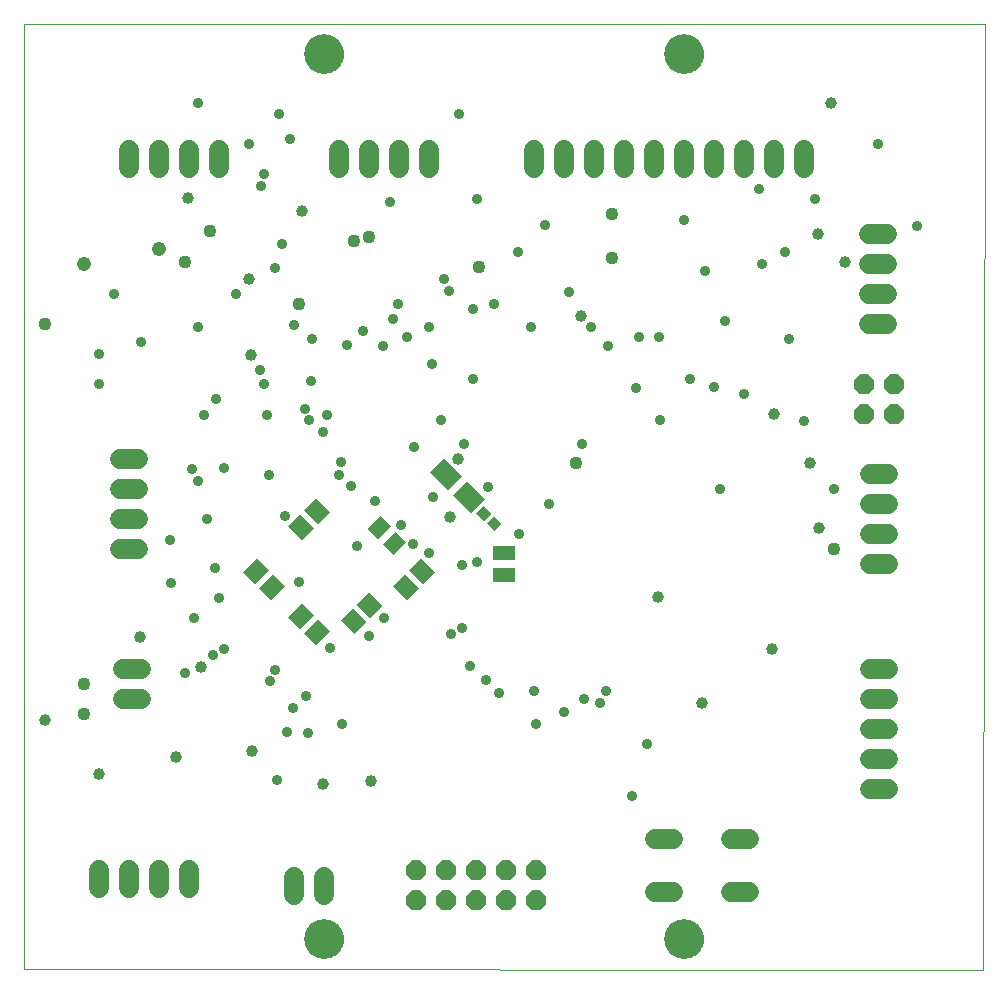
<source format=gbs>
G75*
%MOIN*%
%OFA0B0*%
%FSLAX24Y24*%
%IPPOS*%
%LPD*%
%AMOC8*
5,1,8,0,0,1.08239X$1,22.5*
%
%ADD10C,0.0000*%
%ADD11C,0.1320*%
%ADD12C,0.0660*%
%ADD13R,0.0572X0.0651*%
%ADD14R,0.0490X0.0610*%
%ADD15R,0.0769X0.0493*%
%ADD16R,0.0828X0.0651*%
%ADD17R,0.0375X0.0336*%
%ADD18OC8,0.0660*%
%ADD19C,0.0397*%
%ADD20C,0.0350*%
%ADD21C,0.0436*%
%ADD22C,0.0476*%
D10*
X003760Y002393D02*
X003760Y033889D01*
X035780Y033889D01*
X035730Y002343D01*
X003760Y002393D01*
X013130Y003393D02*
X013132Y003443D01*
X013138Y003493D01*
X013148Y003542D01*
X013162Y003590D01*
X013179Y003637D01*
X013200Y003682D01*
X013225Y003726D01*
X013253Y003767D01*
X013285Y003806D01*
X013319Y003843D01*
X013356Y003877D01*
X013396Y003907D01*
X013438Y003934D01*
X013482Y003958D01*
X013528Y003979D01*
X013575Y003995D01*
X013623Y004008D01*
X013673Y004017D01*
X013722Y004022D01*
X013773Y004023D01*
X013823Y004020D01*
X013872Y004013D01*
X013921Y004002D01*
X013969Y003987D01*
X014015Y003969D01*
X014060Y003947D01*
X014103Y003921D01*
X014144Y003892D01*
X014183Y003860D01*
X014219Y003825D01*
X014251Y003787D01*
X014281Y003747D01*
X014308Y003704D01*
X014331Y003660D01*
X014350Y003614D01*
X014366Y003566D01*
X014378Y003517D01*
X014386Y003468D01*
X014390Y003418D01*
X014390Y003368D01*
X014386Y003318D01*
X014378Y003269D01*
X014366Y003220D01*
X014350Y003172D01*
X014331Y003126D01*
X014308Y003082D01*
X014281Y003039D01*
X014251Y002999D01*
X014219Y002961D01*
X014183Y002926D01*
X014144Y002894D01*
X014103Y002865D01*
X014060Y002839D01*
X014015Y002817D01*
X013969Y002799D01*
X013921Y002784D01*
X013872Y002773D01*
X013823Y002766D01*
X013773Y002763D01*
X013722Y002764D01*
X013673Y002769D01*
X013623Y002778D01*
X013575Y002791D01*
X013528Y002807D01*
X013482Y002828D01*
X013438Y002852D01*
X013396Y002879D01*
X013356Y002909D01*
X013319Y002943D01*
X013285Y002980D01*
X013253Y003019D01*
X013225Y003060D01*
X013200Y003104D01*
X013179Y003149D01*
X013162Y003196D01*
X013148Y003244D01*
X013138Y003293D01*
X013132Y003343D01*
X013130Y003393D01*
X025130Y003393D02*
X025132Y003443D01*
X025138Y003493D01*
X025148Y003542D01*
X025162Y003590D01*
X025179Y003637D01*
X025200Y003682D01*
X025225Y003726D01*
X025253Y003767D01*
X025285Y003806D01*
X025319Y003843D01*
X025356Y003877D01*
X025396Y003907D01*
X025438Y003934D01*
X025482Y003958D01*
X025528Y003979D01*
X025575Y003995D01*
X025623Y004008D01*
X025673Y004017D01*
X025722Y004022D01*
X025773Y004023D01*
X025823Y004020D01*
X025872Y004013D01*
X025921Y004002D01*
X025969Y003987D01*
X026015Y003969D01*
X026060Y003947D01*
X026103Y003921D01*
X026144Y003892D01*
X026183Y003860D01*
X026219Y003825D01*
X026251Y003787D01*
X026281Y003747D01*
X026308Y003704D01*
X026331Y003660D01*
X026350Y003614D01*
X026366Y003566D01*
X026378Y003517D01*
X026386Y003468D01*
X026390Y003418D01*
X026390Y003368D01*
X026386Y003318D01*
X026378Y003269D01*
X026366Y003220D01*
X026350Y003172D01*
X026331Y003126D01*
X026308Y003082D01*
X026281Y003039D01*
X026251Y002999D01*
X026219Y002961D01*
X026183Y002926D01*
X026144Y002894D01*
X026103Y002865D01*
X026060Y002839D01*
X026015Y002817D01*
X025969Y002799D01*
X025921Y002784D01*
X025872Y002773D01*
X025823Y002766D01*
X025773Y002763D01*
X025722Y002764D01*
X025673Y002769D01*
X025623Y002778D01*
X025575Y002791D01*
X025528Y002807D01*
X025482Y002828D01*
X025438Y002852D01*
X025396Y002879D01*
X025356Y002909D01*
X025319Y002943D01*
X025285Y002980D01*
X025253Y003019D01*
X025225Y003060D01*
X025200Y003104D01*
X025179Y003149D01*
X025162Y003196D01*
X025148Y003244D01*
X025138Y003293D01*
X025132Y003343D01*
X025130Y003393D01*
X025130Y032893D02*
X025132Y032943D01*
X025138Y032993D01*
X025148Y033042D01*
X025162Y033090D01*
X025179Y033137D01*
X025200Y033182D01*
X025225Y033226D01*
X025253Y033267D01*
X025285Y033306D01*
X025319Y033343D01*
X025356Y033377D01*
X025396Y033407D01*
X025438Y033434D01*
X025482Y033458D01*
X025528Y033479D01*
X025575Y033495D01*
X025623Y033508D01*
X025673Y033517D01*
X025722Y033522D01*
X025773Y033523D01*
X025823Y033520D01*
X025872Y033513D01*
X025921Y033502D01*
X025969Y033487D01*
X026015Y033469D01*
X026060Y033447D01*
X026103Y033421D01*
X026144Y033392D01*
X026183Y033360D01*
X026219Y033325D01*
X026251Y033287D01*
X026281Y033247D01*
X026308Y033204D01*
X026331Y033160D01*
X026350Y033114D01*
X026366Y033066D01*
X026378Y033017D01*
X026386Y032968D01*
X026390Y032918D01*
X026390Y032868D01*
X026386Y032818D01*
X026378Y032769D01*
X026366Y032720D01*
X026350Y032672D01*
X026331Y032626D01*
X026308Y032582D01*
X026281Y032539D01*
X026251Y032499D01*
X026219Y032461D01*
X026183Y032426D01*
X026144Y032394D01*
X026103Y032365D01*
X026060Y032339D01*
X026015Y032317D01*
X025969Y032299D01*
X025921Y032284D01*
X025872Y032273D01*
X025823Y032266D01*
X025773Y032263D01*
X025722Y032264D01*
X025673Y032269D01*
X025623Y032278D01*
X025575Y032291D01*
X025528Y032307D01*
X025482Y032328D01*
X025438Y032352D01*
X025396Y032379D01*
X025356Y032409D01*
X025319Y032443D01*
X025285Y032480D01*
X025253Y032519D01*
X025225Y032560D01*
X025200Y032604D01*
X025179Y032649D01*
X025162Y032696D01*
X025148Y032744D01*
X025138Y032793D01*
X025132Y032843D01*
X025130Y032893D01*
X013130Y032893D02*
X013132Y032943D01*
X013138Y032993D01*
X013148Y033042D01*
X013162Y033090D01*
X013179Y033137D01*
X013200Y033182D01*
X013225Y033226D01*
X013253Y033267D01*
X013285Y033306D01*
X013319Y033343D01*
X013356Y033377D01*
X013396Y033407D01*
X013438Y033434D01*
X013482Y033458D01*
X013528Y033479D01*
X013575Y033495D01*
X013623Y033508D01*
X013673Y033517D01*
X013722Y033522D01*
X013773Y033523D01*
X013823Y033520D01*
X013872Y033513D01*
X013921Y033502D01*
X013969Y033487D01*
X014015Y033469D01*
X014060Y033447D01*
X014103Y033421D01*
X014144Y033392D01*
X014183Y033360D01*
X014219Y033325D01*
X014251Y033287D01*
X014281Y033247D01*
X014308Y033204D01*
X014331Y033160D01*
X014350Y033114D01*
X014366Y033066D01*
X014378Y033017D01*
X014386Y032968D01*
X014390Y032918D01*
X014390Y032868D01*
X014386Y032818D01*
X014378Y032769D01*
X014366Y032720D01*
X014350Y032672D01*
X014331Y032626D01*
X014308Y032582D01*
X014281Y032539D01*
X014251Y032499D01*
X014219Y032461D01*
X014183Y032426D01*
X014144Y032394D01*
X014103Y032365D01*
X014060Y032339D01*
X014015Y032317D01*
X013969Y032299D01*
X013921Y032284D01*
X013872Y032273D01*
X013823Y032266D01*
X013773Y032263D01*
X013722Y032264D01*
X013673Y032269D01*
X013623Y032278D01*
X013575Y032291D01*
X013528Y032307D01*
X013482Y032328D01*
X013438Y032352D01*
X013396Y032379D01*
X013356Y032409D01*
X013319Y032443D01*
X013285Y032480D01*
X013253Y032519D01*
X013225Y032560D01*
X013200Y032604D01*
X013179Y032649D01*
X013162Y032696D01*
X013148Y032744D01*
X013138Y032793D01*
X013132Y032843D01*
X013130Y032893D01*
D11*
X013760Y032893D03*
X025760Y032893D03*
X025760Y003393D03*
X013760Y003393D03*
D12*
X013760Y004843D02*
X013760Y005443D01*
X012760Y005443D02*
X012760Y004843D01*
X009260Y005093D02*
X009260Y005693D01*
X008260Y005693D02*
X008260Y005093D01*
X007260Y005093D02*
X007260Y005693D01*
X006260Y005693D02*
X006260Y005093D01*
X007060Y011393D02*
X007660Y011393D01*
X007660Y012393D02*
X007060Y012393D01*
X006960Y016393D02*
X007560Y016393D01*
X007560Y017393D02*
X006960Y017393D01*
X006960Y018393D02*
X007560Y018393D01*
X007560Y019393D02*
X006960Y019393D01*
X007260Y029093D02*
X007260Y029693D01*
X008260Y029693D02*
X008260Y029093D01*
X009260Y029093D02*
X009260Y029693D01*
X010260Y029693D02*
X010260Y029093D01*
X014260Y029093D02*
X014260Y029693D01*
X015260Y029693D02*
X015260Y029093D01*
X016260Y029093D02*
X016260Y029693D01*
X017260Y029693D02*
X017260Y029093D01*
X020760Y029093D02*
X020760Y029693D01*
X021760Y029693D02*
X021760Y029093D01*
X022760Y029093D02*
X022760Y029693D01*
X023760Y029693D02*
X023760Y029093D01*
X024760Y029093D02*
X024760Y029693D01*
X025760Y029693D02*
X025760Y029093D01*
X026760Y029093D02*
X026760Y029693D01*
X027760Y029693D02*
X027760Y029093D01*
X028760Y029093D02*
X028760Y029693D01*
X029760Y029693D02*
X029760Y029093D01*
X031910Y026893D02*
X032510Y026893D01*
X032510Y025893D02*
X031910Y025893D01*
X031910Y024893D02*
X032510Y024893D01*
X032510Y023893D02*
X031910Y023893D01*
X031960Y018893D02*
X032560Y018893D01*
X032560Y017893D02*
X031960Y017893D01*
X031960Y016893D02*
X032560Y016893D01*
X032560Y015893D02*
X031960Y015893D01*
X031960Y012393D02*
X032560Y012393D01*
X032560Y011393D02*
X031960Y011393D01*
X031960Y010393D02*
X032560Y010393D01*
X032560Y009393D02*
X031960Y009393D01*
X031960Y008393D02*
X032560Y008393D01*
X027940Y006733D02*
X027340Y006733D01*
X027340Y004953D02*
X027940Y004953D01*
X025380Y004953D02*
X024780Y004953D01*
X024780Y006733D02*
X025380Y006733D01*
D13*
G36*
X016063Y015156D02*
X016468Y015561D01*
X016927Y015102D01*
X016522Y014697D01*
X016063Y015156D01*
G37*
G36*
X014842Y014535D02*
X015247Y014940D01*
X015706Y014481D01*
X015301Y014076D01*
X014842Y014535D01*
G37*
G36*
X014313Y014006D02*
X014718Y014411D01*
X015177Y013952D01*
X014772Y013547D01*
X014313Y014006D01*
G37*
G36*
X013497Y013197D02*
X013092Y013602D01*
X013551Y014061D01*
X013956Y013656D01*
X013497Y013197D01*
G37*
G36*
X012968Y013726D02*
X012563Y014131D01*
X013022Y014590D01*
X013427Y014185D01*
X012968Y013726D01*
G37*
G36*
X012051Y015561D02*
X012456Y015156D01*
X011997Y014697D01*
X011592Y015102D01*
X012051Y015561D01*
G37*
G36*
X011522Y016090D02*
X011927Y015685D01*
X011468Y015226D01*
X011063Y015631D01*
X011522Y016090D01*
G37*
G36*
X013427Y017102D02*
X013022Y016697D01*
X012563Y017156D01*
X012968Y017561D01*
X013427Y017102D01*
G37*
G36*
X013956Y017631D02*
X013551Y017226D01*
X013092Y017685D01*
X013497Y018090D01*
X013956Y017631D01*
G37*
G36*
X016592Y015685D02*
X016997Y016090D01*
X017456Y015631D01*
X017051Y015226D01*
X016592Y015685D01*
G37*
D14*
G36*
X016163Y016970D02*
X016509Y016624D01*
X016079Y016194D01*
X015733Y016540D01*
X016163Y016970D01*
G37*
G36*
X015640Y017493D02*
X015986Y017147D01*
X015556Y016717D01*
X015210Y017063D01*
X015640Y017493D01*
G37*
D15*
X019760Y016263D03*
X019760Y015523D03*
D16*
G36*
X018654Y017589D02*
X018070Y018173D01*
X018530Y018633D01*
X019114Y018049D01*
X018654Y017589D01*
G37*
G36*
X017889Y018354D02*
X017305Y018938D01*
X017765Y019398D01*
X018349Y018814D01*
X017889Y018354D01*
G37*
D17*
G36*
X019079Y017811D02*
X019343Y017547D01*
X019105Y017309D01*
X018841Y017573D01*
X019079Y017811D01*
G37*
G36*
X019414Y017477D02*
X019678Y017213D01*
X019440Y016975D01*
X019176Y017239D01*
X019414Y017477D01*
G37*
D18*
X031760Y020893D03*
X032760Y020893D03*
X032760Y021893D03*
X031760Y021893D03*
X020810Y005693D03*
X020810Y004693D03*
X019810Y004693D03*
X019810Y005693D03*
X018810Y005693D03*
X017810Y005693D03*
X017810Y004693D03*
X018810Y004693D03*
X016810Y004693D03*
X016810Y005693D03*
D19*
X015310Y008643D03*
X013710Y008543D03*
X011360Y009643D03*
X008810Y009443D03*
X006260Y008893D03*
X004460Y010693D03*
X007610Y013443D03*
X009660Y012443D03*
X017960Y017443D03*
X018210Y019393D03*
X022310Y024143D03*
X028760Y020893D03*
X029960Y019243D03*
X030260Y017093D03*
X028680Y013053D03*
X026360Y011243D03*
X024880Y014793D03*
X031110Y025943D03*
X030210Y026893D03*
X030660Y031243D03*
X013010Y027643D03*
X011260Y025393D03*
X011310Y022843D03*
X009210Y028093D03*
D20*
X011260Y029893D03*
X011760Y028893D03*
X011660Y028493D03*
X012610Y030043D03*
X012260Y030893D03*
X009560Y031243D03*
X012360Y026543D03*
X012110Y025743D03*
X010810Y024893D03*
X009560Y023793D03*
X007660Y023293D03*
X006260Y022893D03*
X006260Y021893D03*
X006760Y024893D03*
X010160Y021393D03*
X009760Y020843D03*
X010410Y019093D03*
X009560Y018643D03*
X009360Y019043D03*
X009860Y017393D03*
X008610Y016693D03*
X010110Y015743D03*
X010270Y014743D03*
X009410Y014093D03*
X008660Y015243D03*
X010410Y013043D03*
X010060Y012843D03*
X009110Y012243D03*
X011960Y011993D03*
X012110Y012343D03*
X013160Y011493D03*
X012710Y011093D03*
X012510Y010283D03*
X013210Y010243D03*
X014360Y010543D03*
X012200Y008693D03*
X013960Y013093D03*
X015260Y013493D03*
X015760Y014093D03*
X017980Y013553D03*
X018360Y013753D03*
X018630Y012493D03*
X019160Y012023D03*
X019580Y011593D03*
X020770Y011653D03*
X021760Y010943D03*
X022410Y011393D03*
X022960Y011243D03*
X023160Y011643D03*
X024510Y009893D03*
X024010Y008143D03*
X020810Y010543D03*
X018860Y015943D03*
X018360Y015843D03*
X017260Y016243D03*
X016710Y016543D03*
X016310Y017193D03*
X015460Y017993D03*
X014660Y018493D03*
X014260Y018843D03*
X014310Y019293D03*
X013710Y020293D03*
X013260Y020693D03*
X013110Y021043D03*
X013860Y020843D03*
X013310Y021993D03*
X013360Y023393D03*
X012760Y023843D03*
X014510Y023193D03*
X015060Y023643D03*
X015710Y023143D03*
X016510Y023443D03*
X016060Y024043D03*
X016210Y024543D03*
X017260Y023793D03*
X017360Y022543D03*
X018710Y022043D03*
X017660Y020693D03*
X018410Y019893D03*
X016760Y019793D03*
X017392Y018111D03*
X019210Y018443D03*
X020260Y016893D03*
X021260Y017893D03*
X022360Y019893D03*
X024160Y021743D03*
X024960Y020693D03*
X025960Y022043D03*
X026760Y021793D03*
X027760Y021543D03*
X029260Y023393D03*
X027110Y023993D03*
X026460Y025643D03*
X025760Y027343D03*
X028260Y028393D03*
X030110Y028043D03*
X029110Y026293D03*
X028360Y025893D03*
X024910Y023443D03*
X024260Y023443D03*
X023210Y023143D03*
X022660Y023793D03*
X021910Y024943D03*
X020660Y023793D03*
X019410Y024543D03*
X018710Y024393D03*
X017910Y024993D03*
X017760Y025393D03*
X020210Y026293D03*
X021110Y027193D03*
X018860Y028043D03*
X015960Y027943D03*
X018260Y030893D03*
X011610Y022343D03*
X011760Y021893D03*
X011860Y020843D03*
X011910Y018843D03*
X012460Y017493D03*
X014860Y016493D03*
X012910Y015293D03*
X026960Y018393D03*
X029760Y020643D03*
X030760Y018393D03*
X033510Y027143D03*
X032210Y029893D03*
D21*
X023360Y027543D03*
X023360Y026093D03*
X018910Y025793D03*
X015260Y026793D03*
X014760Y026643D03*
X012910Y024543D03*
X009960Y026993D03*
X009110Y025943D03*
X004460Y023893D03*
X005760Y011893D03*
X005760Y010893D03*
X022160Y019243D03*
X030760Y016393D03*
D22*
X008260Y026393D03*
X005760Y025893D03*
M02*

</source>
